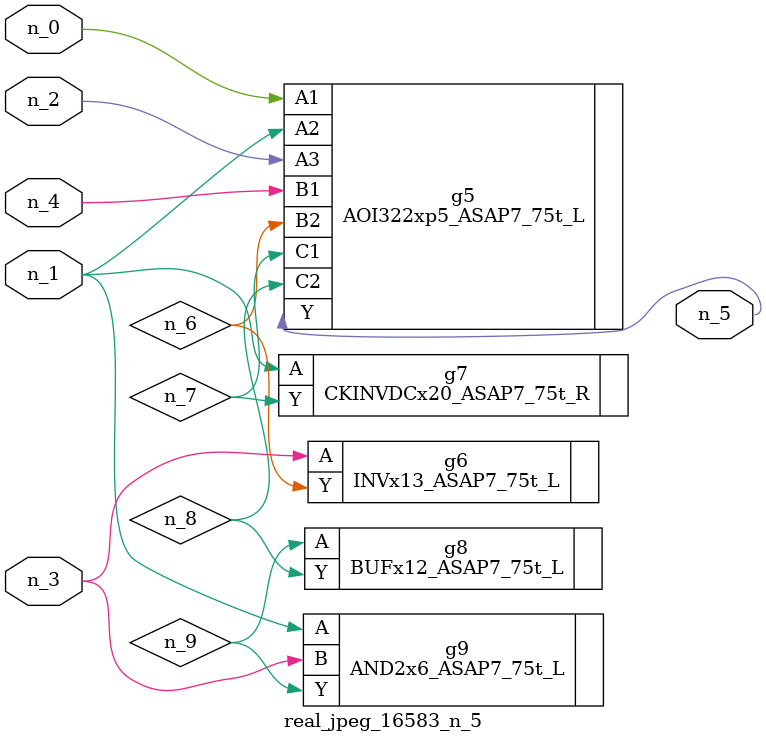
<source format=v>
module real_jpeg_16583_n_5 (n_4, n_0, n_1, n_2, n_3, n_5);

input n_4;
input n_0;
input n_1;
input n_2;
input n_3;

output n_5;

wire n_8;
wire n_6;
wire n_7;
wire n_9;

AOI322xp5_ASAP7_75t_L g5 ( 
.A1(n_0),
.A2(n_1),
.A3(n_2),
.B1(n_4),
.B2(n_6),
.C1(n_7),
.C2(n_8),
.Y(n_5)
);

CKINVDCx20_ASAP7_75t_R g7 ( 
.A(n_1),
.Y(n_7)
);

AND2x6_ASAP7_75t_L g9 ( 
.A(n_1),
.B(n_3),
.Y(n_9)
);

INVx13_ASAP7_75t_L g6 ( 
.A(n_3),
.Y(n_6)
);

BUFx12_ASAP7_75t_L g8 ( 
.A(n_9),
.Y(n_8)
);


endmodule
</source>
